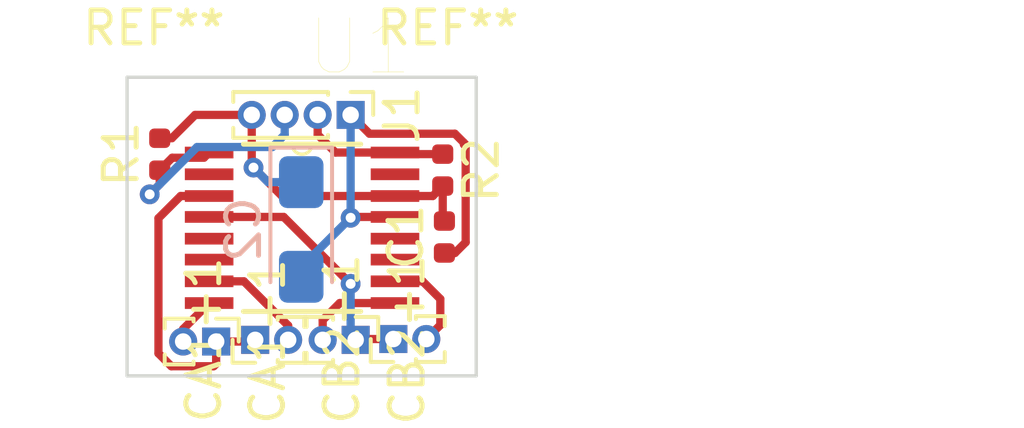
<source format=kicad_pcb>
(kicad_pcb (version 20171130) (host pcbnew 5.1.6-c6e7f7d~87~ubuntu20.04.1)

  (general
    (thickness 1.6)
    (drawings 4)
    (tracks 70)
    (zones 0)
    (modules 12)
    (nets 17)
  )

  (page A4)
  (layers
    (0 F.Cu signal)
    (31 B.Cu signal)
    (32 B.Adhes user)
    (33 F.Adhes user)
    (34 B.Paste user)
    (35 F.Paste user)
    (36 B.SilkS user)
    (37 F.SilkS user)
    (38 B.Mask user)
    (39 F.Mask user)
    (40 Dwgs.User user)
    (41 Cmts.User user)
    (42 Eco1.User user)
    (43 Eco2.User user)
    (44 Edge.Cuts user)
    (45 Margin user)
    (46 B.CrtYd user)
    (47 F.CrtYd user)
    (48 B.Fab user)
    (49 F.Fab user)
  )

  (setup
    (last_trace_width 0.25)
    (trace_clearance 0.2)
    (zone_clearance 0.508)
    (zone_45_only no)
    (trace_min 0.2)
    (via_size 0.8)
    (via_drill 0.4)
    (via_min_size 0.4)
    (via_min_drill 0.3)
    (uvia_size 0.3)
    (uvia_drill 0.1)
    (uvias_allowed no)
    (uvia_min_size 0.2)
    (uvia_min_drill 0.1)
    (edge_width 0.05)
    (segment_width 0.2)
    (pcb_text_width 0.3)
    (pcb_text_size 1.5 1.5)
    (mod_edge_width 0.12)
    (mod_text_size 1 1)
    (mod_text_width 0.15)
    (pad_size 1.524 1.524)
    (pad_drill 0.762)
    (pad_to_mask_clearance 0.05)
    (aux_axis_origin 0 0)
    (visible_elements FFFFFF7F)
    (pcbplotparams
      (layerselection 0x010fc_ffffffff)
      (usegerberextensions false)
      (usegerberattributes true)
      (usegerberadvancedattributes true)
      (creategerberjobfile true)
      (excludeedgelayer true)
      (linewidth 0.100000)
      (plotframeref false)
      (viasonmask false)
      (mode 1)
      (useauxorigin false)
      (hpglpennumber 1)
      (hpglpenspeed 20)
      (hpglpendiameter 15.000000)
      (psnegative false)
      (psa4output false)
      (plotreference true)
      (plotvalue true)
      (plotinvisibletext false)
      (padsonsilk false)
      (subtractmaskfromsilk false)
      (outputformat 1)
      (mirror false)
      (drillshape 1)
      (scaleselection 1)
      (outputdirectory ""))
  )

  (net 0 "")
  (net 1 GND)
  (net 2 "Net-(CA1+1-Pad2)")
  (net 3 "Net-(CA1+1-Pad1)")
  (net 4 "Net-(CA1-1-Pad2)")
  (net 5 "Net-(CB2+1-Pad2)")
  (net 6 "Net-(CB2+1-Pad1)")
  (net 7 "Net-(CB2-1-Pad2)")
  (net 8 "Net-(U1-Pad15)")
  (net 9 "Net-(U1-Pad12)")
  (net 10 "Net-(U1-Pad11)")
  (net 11 "Net-(U1-Pad6)")
  (net 12 "Net-(U1-Pad5)")
  (net 13 "Net-(U1-Pad2)")
  (net 14 "Net-(C1-Pad2)")
  (net 15 "Net-(J1-Pad3)")
  (net 16 "Net-(J1-Pad2)")

  (net_class Default "This is the default net class."
    (clearance 0.2)
    (trace_width 0.25)
    (via_dia 0.8)
    (via_drill 0.4)
    (uvia_dia 0.3)
    (uvia_drill 0.1)
    (add_net GND)
    (add_net "Net-(C1-Pad2)")
    (add_net "Net-(CA1+1-Pad1)")
    (add_net "Net-(CA1+1-Pad2)")
    (add_net "Net-(CA1-1-Pad2)")
    (add_net "Net-(CB2+1-Pad1)")
    (add_net "Net-(CB2+1-Pad2)")
    (add_net "Net-(CB2-1-Pad2)")
    (add_net "Net-(J1-Pad2)")
    (add_net "Net-(J1-Pad3)")
    (add_net "Net-(U1-Pad11)")
    (add_net "Net-(U1-Pad12)")
    (add_net "Net-(U1-Pad15)")
    (add_net "Net-(U1-Pad2)")
    (add_net "Net-(U1-Pad5)")
    (add_net "Net-(U1-Pad6)")
  )

  (module cap_sensor:MountingHole_1mm (layer F.Cu) (tedit 5F206902) (tstamp 5F20C3F2)
    (at 138.2268 74.2188)
    (fp_text reference REF** (at -0.0254 -2.2606) (layer F.SilkS)
      (effects (font (size 1 1) (thickness 0.15)))
    )
    (fp_text value "1mm Hole" (at -0.7112 -1.6002) (layer F.Fab)
      (effects (font (size 1 1) (thickness 0.15)))
    )
    (pad "" np_thru_hole circle (at 0 0) (size 1 1) (drill 1) (layers *.Cu *.Mask))
  )

  (module cap_sensor:MountingHole_1mm (layer F.Cu) (tedit 5F206902) (tstamp 5F20C3AC)
    (at 129.3114 74.2188)
    (fp_text reference REF** (at -0.0254 -2.2606) (layer F.SilkS)
      (effects (font (size 1 1) (thickness 0.15)))
    )
    (fp_text value "1mm Hole" (at -0.7112 -1.6002) (layer F.Fab)
      (effects (font (size 1 1) (thickness 0.15)))
    )
    (pad "" np_thru_hole circle (at 0 0) (size 1 1) (drill 1) (layers *.Cu *.Mask))
  )

  (module Connector_PinHeader_1.00mm:PinHeader_1x04_P1.00mm_Vertical (layer F.Cu) (tedit 59FED738) (tstamp 5F1A12C6)
    (at 135.255 74.5998 270)
    (descr "Through hole straight pin header, 1x04, 1.00mm pitch, single row")
    (tags "Through hole pin header THT 1x04 1.00mm single row")
    (path /5F1AE355)
    (fp_text reference J1 (at 0 -1.56 90) (layer F.SilkS)
      (effects (font (size 1 1) (thickness 0.15)))
    )
    (fp_text value J1 (at 0 4.56 90) (layer F.Fab)
      (effects (font (size 1 1) (thickness 0.15)))
    )
    (fp_text user %R (at 0 1.5) (layer F.Fab)
      (effects (font (size 0.76 0.76) (thickness 0.114)))
    )
    (fp_line (start -0.3175 -0.5) (end 0.635 -0.5) (layer F.Fab) (width 0.1))
    (fp_line (start 0.635 -0.5) (end 0.635 3.5) (layer F.Fab) (width 0.1))
    (fp_line (start 0.635 3.5) (end -0.635 3.5) (layer F.Fab) (width 0.1))
    (fp_line (start -0.635 3.5) (end -0.635 -0.1825) (layer F.Fab) (width 0.1))
    (fp_line (start -0.635 -0.1825) (end -0.3175 -0.5) (layer F.Fab) (width 0.1))
    (fp_line (start -0.695 3.56) (end -0.394493 3.56) (layer F.SilkS) (width 0.12))
    (fp_line (start 0.394493 3.56) (end 0.695 3.56) (layer F.SilkS) (width 0.12))
    (fp_line (start -0.695 0.685) (end -0.695 3.56) (layer F.SilkS) (width 0.12))
    (fp_line (start 0.695 0.685) (end 0.695 3.56) (layer F.SilkS) (width 0.12))
    (fp_line (start -0.695 0.685) (end -0.608276 0.685) (layer F.SilkS) (width 0.12))
    (fp_line (start 0.608276 0.685) (end 0.695 0.685) (layer F.SilkS) (width 0.12))
    (fp_line (start -0.695 0) (end -0.695 -0.685) (layer F.SilkS) (width 0.12))
    (fp_line (start -0.695 -0.685) (end 0 -0.685) (layer F.SilkS) (width 0.12))
    (fp_line (start -1.15 -1) (end -1.15 4) (layer F.CrtYd) (width 0.05))
    (fp_line (start -1.15 4) (end 1.15 4) (layer F.CrtYd) (width 0.05))
    (fp_line (start 1.15 4) (end 1.15 -1) (layer F.CrtYd) (width 0.05))
    (fp_line (start 1.15 -1) (end -1.15 -1) (layer F.CrtYd) (width 0.05))
    (pad 4 thru_hole oval (at 0 3 270) (size 0.85 0.85) (drill 0.5) (layers *.Cu *.Mask)
      (net 14 "Net-(C1-Pad2)"))
    (pad 3 thru_hole oval (at 0 2 270) (size 0.85 0.85) (drill 0.5) (layers *.Cu *.Mask)
      (net 15 "Net-(J1-Pad3)"))
    (pad 2 thru_hole oval (at 0 1 270) (size 0.85 0.85) (drill 0.5) (layers *.Cu *.Mask)
      (net 16 "Net-(J1-Pad2)"))
    (pad 1 thru_hole rect (at 0 0 270) (size 0.85 0.85) (drill 0.5) (layers *.Cu *.Mask)
      (net 1 GND))
    (model ${KISYS3DMOD}/Connector_PinHeader_1.00mm.3dshapes/PinHeader_1x04_P1.00mm_Vertical.wrl
      (at (xyz 0 0 0))
      (scale (xyz 1 1 1))
      (rotate (xyz 0 0 0))
    )
  )

  (module Connector_PinHeader_1.00mm:PinHeader_1x02_P1.00mm_Vertical (layer F.Cu) (tedit 59FED738) (tstamp 5F110515)
    (at 136.5504 81.407 90)
    (descr "Through hole straight pin header, 1x02, 1.00mm pitch, single row")
    (tags "Through hole pin header THT 1x02 1.00mm single row")
    (path /5F1157CE)
    (fp_text reference CB2-1 (at 0 -1.56 90) (layer F.SilkS)
      (effects (font (size 1 1) (thickness 0.15)))
    )
    (fp_text value 4pF (at 0 2.56 90) (layer F.Fab)
      (effects (font (size 1 1) (thickness 0.15)))
    )
    (fp_text user %R (at 0 0.5) (layer F.Fab)
      (effects (font (size 0.76 0.76) (thickness 0.114)))
    )
    (fp_line (start -0.3175 -0.5) (end 0.635 -0.5) (layer F.Fab) (width 0.1))
    (fp_line (start 0.635 -0.5) (end 0.635 1.5) (layer F.Fab) (width 0.1))
    (fp_line (start 0.635 1.5) (end -0.635 1.5) (layer F.Fab) (width 0.1))
    (fp_line (start -0.635 1.5) (end -0.635 -0.1825) (layer F.Fab) (width 0.1))
    (fp_line (start -0.635 -0.1825) (end -0.3175 -0.5) (layer F.Fab) (width 0.1))
    (fp_line (start -0.695 1.56) (end -0.394493 1.56) (layer F.SilkS) (width 0.12))
    (fp_line (start 0.394493 1.56) (end 0.695 1.56) (layer F.SilkS) (width 0.12))
    (fp_line (start -0.695 0.685) (end -0.695 1.56) (layer F.SilkS) (width 0.12))
    (fp_line (start 0.695 0.685) (end 0.695 1.56) (layer F.SilkS) (width 0.12))
    (fp_line (start -0.695 0.685) (end -0.608276 0.685) (layer F.SilkS) (width 0.12))
    (fp_line (start 0.608276 0.685) (end 0.695 0.685) (layer F.SilkS) (width 0.12))
    (fp_line (start -0.695 0) (end -0.695 -0.685) (layer F.SilkS) (width 0.12))
    (fp_line (start -0.695 -0.685) (end 0 -0.685) (layer F.SilkS) (width 0.12))
    (fp_line (start -1.15 -1) (end -1.15 2) (layer F.CrtYd) (width 0.05))
    (fp_line (start -1.15 2) (end 1.15 2) (layer F.CrtYd) (width 0.05))
    (fp_line (start 1.15 2) (end 1.15 -1) (layer F.CrtYd) (width 0.05))
    (fp_line (start 1.15 -1) (end -1.15 -1) (layer F.CrtYd) (width 0.05))
    (pad 2 thru_hole oval (at 0 1 90) (size 0.85 0.85) (drill 0.5) (layers *.Cu *.Mask)
      (net 7 "Net-(CB2-1-Pad2)"))
    (pad 1 thru_hole rect (at 0 0 90) (size 0.85 0.85) (drill 0.5) (layers *.Cu *.Mask)
      (net 6 "Net-(CB2+1-Pad1)"))
    (model ${KISYS3DMOD}/Connector_PinHeader_1.00mm.3dshapes/PinHeader_1x02_P1.00mm_Vertical.wrl
      (at (xyz 0 0 0))
      (scale (xyz 1 1 1))
      (rotate (xyz 0 0 0))
    )
  )

  (module Connector_PinHeader_1.00mm:PinHeader_1x02_P1.00mm_Vertical (layer F.Cu) (tedit 59FED738) (tstamp 5F1104FF)
    (at 135.4074 81.4324 270)
    (descr "Through hole straight pin header, 1x02, 1.00mm pitch, single row")
    (tags "Through hole pin header THT 1x02 1.00mm single row")
    (path /5F1155C2)
    (fp_text reference CB2+1 (at 0 -1.56 90) (layer F.SilkS)
      (effects (font (size 1 1) (thickness 0.15)))
    )
    (fp_text value 4pF (at 0 2.56 90) (layer F.Fab)
      (effects (font (size 1 1) (thickness 0.15)))
    )
    (fp_text user %R (at 0 0.5) (layer F.Fab)
      (effects (font (size 0.76 0.76) (thickness 0.114)))
    )
    (fp_line (start -0.3175 -0.5) (end 0.635 -0.5) (layer F.Fab) (width 0.1))
    (fp_line (start 0.635 -0.5) (end 0.635 1.5) (layer F.Fab) (width 0.1))
    (fp_line (start 0.635 1.5) (end -0.635 1.5) (layer F.Fab) (width 0.1))
    (fp_line (start -0.635 1.5) (end -0.635 -0.1825) (layer F.Fab) (width 0.1))
    (fp_line (start -0.635 -0.1825) (end -0.3175 -0.5) (layer F.Fab) (width 0.1))
    (fp_line (start -0.695 1.56) (end -0.394493 1.56) (layer F.SilkS) (width 0.12))
    (fp_line (start 0.394493 1.56) (end 0.695 1.56) (layer F.SilkS) (width 0.12))
    (fp_line (start -0.695 0.685) (end -0.695 1.56) (layer F.SilkS) (width 0.12))
    (fp_line (start 0.695 0.685) (end 0.695 1.56) (layer F.SilkS) (width 0.12))
    (fp_line (start -0.695 0.685) (end -0.608276 0.685) (layer F.SilkS) (width 0.12))
    (fp_line (start 0.608276 0.685) (end 0.695 0.685) (layer F.SilkS) (width 0.12))
    (fp_line (start -0.695 0) (end -0.695 -0.685) (layer F.SilkS) (width 0.12))
    (fp_line (start -0.695 -0.685) (end 0 -0.685) (layer F.SilkS) (width 0.12))
    (fp_line (start -1.15 -1) (end -1.15 2) (layer F.CrtYd) (width 0.05))
    (fp_line (start -1.15 2) (end 1.15 2) (layer F.CrtYd) (width 0.05))
    (fp_line (start 1.15 2) (end 1.15 -1) (layer F.CrtYd) (width 0.05))
    (fp_line (start 1.15 -1) (end -1.15 -1) (layer F.CrtYd) (width 0.05))
    (pad 2 thru_hole oval (at 0 1 270) (size 0.85 0.85) (drill 0.5) (layers *.Cu *.Mask)
      (net 5 "Net-(CB2+1-Pad2)"))
    (pad 1 thru_hole rect (at 0 0 270) (size 0.85 0.85) (drill 0.5) (layers *.Cu *.Mask)
      (net 6 "Net-(CB2+1-Pad1)"))
    (model ${KISYS3DMOD}/Connector_PinHeader_1.00mm.3dshapes/PinHeader_1x02_P1.00mm_Vertical.wrl
      (at (xyz 0 0 0))
      (scale (xyz 1 1 1))
      (rotate (xyz 0 0 0))
    )
  )

  (module Connector_PinHeader_1.00mm:PinHeader_1x02_P1.00mm_Vertical (layer F.Cu) (tedit 59FED738) (tstamp 5F1104E9)
    (at 131.175 81.4832 270)
    (descr "Through hole straight pin header, 1x02, 1.00mm pitch, single row")
    (tags "Through hole pin header THT 1x02 1.00mm single row")
    (path /5F1153BF)
    (fp_text reference CA1-1 (at 0 -1.56 90) (layer F.SilkS)
      (effects (font (size 1 1) (thickness 0.15)))
    )
    (fp_text value 4pF (at 0 2.56 90) (layer F.Fab)
      (effects (font (size 1 1) (thickness 0.15)))
    )
    (fp_text user %R (at 0 0.5) (layer F.Fab)
      (effects (font (size 0.76 0.76) (thickness 0.114)))
    )
    (fp_line (start -0.3175 -0.5) (end 0.635 -0.5) (layer F.Fab) (width 0.1))
    (fp_line (start 0.635 -0.5) (end 0.635 1.5) (layer F.Fab) (width 0.1))
    (fp_line (start 0.635 1.5) (end -0.635 1.5) (layer F.Fab) (width 0.1))
    (fp_line (start -0.635 1.5) (end -0.635 -0.1825) (layer F.Fab) (width 0.1))
    (fp_line (start -0.635 -0.1825) (end -0.3175 -0.5) (layer F.Fab) (width 0.1))
    (fp_line (start -0.695 1.56) (end -0.394493 1.56) (layer F.SilkS) (width 0.12))
    (fp_line (start 0.394493 1.56) (end 0.695 1.56) (layer F.SilkS) (width 0.12))
    (fp_line (start -0.695 0.685) (end -0.695 1.56) (layer F.SilkS) (width 0.12))
    (fp_line (start 0.695 0.685) (end 0.695 1.56) (layer F.SilkS) (width 0.12))
    (fp_line (start -0.695 0.685) (end -0.608276 0.685) (layer F.SilkS) (width 0.12))
    (fp_line (start 0.608276 0.685) (end 0.695 0.685) (layer F.SilkS) (width 0.12))
    (fp_line (start -0.695 0) (end -0.695 -0.685) (layer F.SilkS) (width 0.12))
    (fp_line (start -0.695 -0.685) (end 0 -0.685) (layer F.SilkS) (width 0.12))
    (fp_line (start -1.15 -1) (end -1.15 2) (layer F.CrtYd) (width 0.05))
    (fp_line (start -1.15 2) (end 1.15 2) (layer F.CrtYd) (width 0.05))
    (fp_line (start 1.15 2) (end 1.15 -1) (layer F.CrtYd) (width 0.05))
    (fp_line (start 1.15 -1) (end -1.15 -1) (layer F.CrtYd) (width 0.05))
    (pad 2 thru_hole oval (at 0 1 270) (size 0.85 0.85) (drill 0.5) (layers *.Cu *.Mask)
      (net 4 "Net-(CA1-1-Pad2)"))
    (pad 1 thru_hole rect (at 0 0 270) (size 0.85 0.85) (drill 0.5) (layers *.Cu *.Mask)
      (net 3 "Net-(CA1+1-Pad1)"))
    (model ${KISYS3DMOD}/Connector_PinHeader_1.00mm.3dshapes/PinHeader_1x02_P1.00mm_Vertical.wrl
      (at (xyz 0 0 0))
      (scale (xyz 1 1 1))
      (rotate (xyz 0 0 0))
    )
  )

  (module Connector_PinHeader_1.00mm:PinHeader_1x02_P1.00mm_Vertical (layer F.Cu) (tedit 59FED738) (tstamp 5F1104D3)
    (at 132.3594 81.4324 90)
    (descr "Through hole straight pin header, 1x02, 1.00mm pitch, single row")
    (tags "Through hole pin header THT 1x02 1.00mm single row")
    (path /5F114CD3)
    (fp_text reference CA1+1 (at 0 -1.56 90) (layer F.SilkS)
      (effects (font (size 1 1) (thickness 0.15)))
    )
    (fp_text value 4pF (at 0 2.56 90) (layer F.Fab)
      (effects (font (size 1 1) (thickness 0.15)))
    )
    (fp_text user %R (at 0 0.5) (layer F.Fab)
      (effects (font (size 0.76 0.76) (thickness 0.114)))
    )
    (fp_line (start -0.3175 -0.5) (end 0.635 -0.5) (layer F.Fab) (width 0.1))
    (fp_line (start 0.635 -0.5) (end 0.635 1.5) (layer F.Fab) (width 0.1))
    (fp_line (start 0.635 1.5) (end -0.635 1.5) (layer F.Fab) (width 0.1))
    (fp_line (start -0.635 1.5) (end -0.635 -0.1825) (layer F.Fab) (width 0.1))
    (fp_line (start -0.635 -0.1825) (end -0.3175 -0.5) (layer F.Fab) (width 0.1))
    (fp_line (start -0.695 1.56) (end -0.394493 1.56) (layer F.SilkS) (width 0.12))
    (fp_line (start 0.394493 1.56) (end 0.695 1.56) (layer F.SilkS) (width 0.12))
    (fp_line (start -0.695 0.685) (end -0.695 1.56) (layer F.SilkS) (width 0.12))
    (fp_line (start 0.695 0.685) (end 0.695 1.56) (layer F.SilkS) (width 0.12))
    (fp_line (start -0.695 0.685) (end -0.608276 0.685) (layer F.SilkS) (width 0.12))
    (fp_line (start 0.608276 0.685) (end 0.695 0.685) (layer F.SilkS) (width 0.12))
    (fp_line (start -0.695 0) (end -0.695 -0.685) (layer F.SilkS) (width 0.12))
    (fp_line (start -0.695 -0.685) (end 0 -0.685) (layer F.SilkS) (width 0.12))
    (fp_line (start -1.15 -1) (end -1.15 2) (layer F.CrtYd) (width 0.05))
    (fp_line (start -1.15 2) (end 1.15 2) (layer F.CrtYd) (width 0.05))
    (fp_line (start 1.15 2) (end 1.15 -1) (layer F.CrtYd) (width 0.05))
    (fp_line (start 1.15 -1) (end -1.15 -1) (layer F.CrtYd) (width 0.05))
    (pad 2 thru_hole oval (at 0 1 90) (size 0.85 0.85) (drill 0.5) (layers *.Cu *.Mask)
      (net 2 "Net-(CA1+1-Pad2)"))
    (pad 1 thru_hole rect (at 0 0 90) (size 0.85 0.85) (drill 0.5) (layers *.Cu *.Mask)
      (net 3 "Net-(CA1+1-Pad1)"))
    (model ${KISYS3DMOD}/Connector_PinHeader_1.00mm.3dshapes/PinHeader_1x02_P1.00mm_Vertical.wrl
      (at (xyz 0 0 0))
      (scale (xyz 1 1 1))
      (rotate (xyz 0 0 0))
    )
  )

  (module Capacitor_Tantalum_SMD:CP_EIA-3216-18_Kemet-A_Pad1.58x1.35mm_HandSolder (layer B.Cu) (tedit 5B301BBE) (tstamp 5F1104BD)
    (at 133.7564 78.0796 270)
    (descr "Tantalum Capacitor SMD Kemet-A (3216-18 Metric), IPC_7351 nominal, (Body size from: http://www.kemet.com/Lists/ProductCatalog/Attachments/253/KEM_TC101_STD.pdf), generated with kicad-footprint-generator")
    (tags "capacitor tantalum")
    (path /5F10B1A8)
    (attr smd)
    (fp_text reference C2 (at 0 1.75 90) (layer B.SilkS)
      (effects (font (size 1 1) (thickness 0.15)) (justify mirror))
    )
    (fp_text value 10uF (at 0 -1.75 90) (layer B.Fab)
      (effects (font (size 1 1) (thickness 0.15)) (justify mirror))
    )
    (fp_line (start 2.48 -1.05) (end -2.48 -1.05) (layer B.CrtYd) (width 0.05))
    (fp_line (start 2.48 1.05) (end 2.48 -1.05) (layer B.CrtYd) (width 0.05))
    (fp_line (start -2.48 1.05) (end 2.48 1.05) (layer B.CrtYd) (width 0.05))
    (fp_line (start -2.48 -1.05) (end -2.48 1.05) (layer B.CrtYd) (width 0.05))
    (fp_line (start -2.485 -0.935) (end 1.6 -0.935) (layer B.SilkS) (width 0.12))
    (fp_line (start -2.485 0.935) (end -2.485 -0.935) (layer B.SilkS) (width 0.12))
    (fp_line (start 1.6 0.935) (end -2.485 0.935) (layer B.SilkS) (width 0.12))
    (fp_line (start 1.6 -0.8) (end 1.6 0.8) (layer B.Fab) (width 0.1))
    (fp_line (start -1.6 -0.8) (end 1.6 -0.8) (layer B.Fab) (width 0.1))
    (fp_line (start -1.6 0.4) (end -1.6 -0.8) (layer B.Fab) (width 0.1))
    (fp_line (start -1.2 0.8) (end -1.6 0.4) (layer B.Fab) (width 0.1))
    (fp_line (start 1.6 0.8) (end -1.2 0.8) (layer B.Fab) (width 0.1))
    (fp_text user %R (at 0 0 90) (layer B.Fab)
      (effects (font (size 0.8 0.8) (thickness 0.12)) (justify mirror))
    )
    (pad 1 smd roundrect (at -1.4375 0 270) (size 1.575 1.35) (layers B.Cu B.Paste B.Mask) (roundrect_rratio 0.185185)
      (net 14 "Net-(C1-Pad2)"))
    (pad 2 smd roundrect (at 1.4375 0 270) (size 1.575 1.35) (layers B.Cu B.Paste B.Mask) (roundrect_rratio 0.185185)
      (net 1 GND))
    (model ${KISYS3DMOD}/Capacitor_Tantalum_SMD.3dshapes/CP_EIA-3216-18_Kemet-A.wrl
      (at (xyz 0 0 0))
      (scale (xyz 1 1 1))
      (rotate (xyz 0 0 0))
    )
  )

  (module AD7746ARUZ:SOP65P640X120-16N (layer F.Cu) (tedit 5F1073EA) (tstamp 5F110597)
    (at 133.7818 78.0288)
    (path /5F108F57)
    (fp_text reference U1 (at 1.755045 -5.494075) (layer F.SilkS)
      (effects (font (size 1.642291 1.642291) (thickness 0.015)))
    )
    (fp_text value AD7746ARUZ (at 14.251655 4.674345) (layer F.Fab)
      (effects (font (size 1.64026 1.64026) (thickness 0.015)))
    )
    (fp_line (start -2.2606 -2.1336) (end -2.2606 -2.413) (layer F.Fab) (width 0.1524))
    (fp_line (start -2.2606 -2.413) (end -3.2004 -2.413) (layer F.Fab) (width 0.1524))
    (fp_line (start -3.2004 -2.413) (end -3.2004 -2.1336) (layer F.Fab) (width 0.1524))
    (fp_line (start -3.2004 -2.1336) (end -2.2606 -2.1336) (layer F.Fab) (width 0.1524))
    (fp_line (start -2.2606 -1.4732) (end -2.2606 -1.778) (layer F.Fab) (width 0.1524))
    (fp_line (start -2.2606 -1.778) (end -3.2004 -1.778) (layer F.Fab) (width 0.1524))
    (fp_line (start -3.2004 -1.778) (end -3.2004 -1.4732) (layer F.Fab) (width 0.1524))
    (fp_line (start -3.2004 -1.4732) (end -2.2606 -1.4732) (layer F.Fab) (width 0.1524))
    (fp_line (start -2.2606 -0.8128) (end -2.2606 -1.1176) (layer F.Fab) (width 0.1524))
    (fp_line (start -2.2606 -1.1176) (end -3.2004 -1.1176) (layer F.Fab) (width 0.1524))
    (fp_line (start -3.2004 -1.1176) (end -3.2004 -0.8128) (layer F.Fab) (width 0.1524))
    (fp_line (start -3.2004 -0.8128) (end -2.2606 -0.8128) (layer F.Fab) (width 0.1524))
    (fp_line (start -2.2606 -0.1778) (end -2.2606 -0.4826) (layer F.Fab) (width 0.1524))
    (fp_line (start -2.2606 -0.4826) (end -3.2004 -0.4826) (layer F.Fab) (width 0.1524))
    (fp_line (start -3.2004 -0.4826) (end -3.2004 -0.1778) (layer F.Fab) (width 0.1524))
    (fp_line (start -3.2004 -0.1778) (end -2.2606 -0.1778) (layer F.Fab) (width 0.1524))
    (fp_line (start -2.2606 0.4826) (end -2.2606 0.1778) (layer F.Fab) (width 0.1524))
    (fp_line (start -2.2606 0.1778) (end -3.2004 0.1778) (layer F.Fab) (width 0.1524))
    (fp_line (start -3.2004 0.1778) (end -3.2004 0.4826) (layer F.Fab) (width 0.1524))
    (fp_line (start -3.2004 0.4826) (end -2.2606 0.4826) (layer F.Fab) (width 0.1524))
    (fp_line (start -2.2606 1.1176) (end -2.2606 0.8128) (layer F.Fab) (width 0.1524))
    (fp_line (start -2.2606 0.8128) (end -3.2004 0.8128) (layer F.Fab) (width 0.1524))
    (fp_line (start -3.2004 0.8128) (end -3.2004 1.1176) (layer F.Fab) (width 0.1524))
    (fp_line (start -3.2004 1.1176) (end -2.2606 1.1176) (layer F.Fab) (width 0.1524))
    (fp_line (start -2.2606 1.778) (end -2.2606 1.4732) (layer F.Fab) (width 0.1524))
    (fp_line (start -2.2606 1.4732) (end -3.2004 1.4732) (layer F.Fab) (width 0.1524))
    (fp_line (start -3.2004 1.4732) (end -3.2004 1.778) (layer F.Fab) (width 0.1524))
    (fp_line (start -3.2004 1.778) (end -2.2606 1.778) (layer F.Fab) (width 0.1524))
    (fp_line (start -2.2606 2.413) (end -2.2606 2.1336) (layer F.Fab) (width 0.1524))
    (fp_line (start -2.2606 2.1336) (end -3.2004 2.1336) (layer F.Fab) (width 0.1524))
    (fp_line (start -3.2004 2.1336) (end -3.2004 2.413) (layer F.Fab) (width 0.1524))
    (fp_line (start -3.2004 2.413) (end -2.2606 2.413) (layer F.Fab) (width 0.1524))
    (fp_line (start 2.2606 2.1336) (end 2.2606 2.413) (layer F.Fab) (width 0.1524))
    (fp_line (start 2.2606 2.413) (end 3.2004 2.413) (layer F.Fab) (width 0.1524))
    (fp_line (start 3.2004 2.413) (end 3.2004 2.1336) (layer F.Fab) (width 0.1524))
    (fp_line (start 3.2004 2.1336) (end 2.2606 2.1336) (layer F.Fab) (width 0.1524))
    (fp_line (start 2.2606 1.4732) (end 2.2606 1.778) (layer F.Fab) (width 0.1524))
    (fp_line (start 2.2606 1.778) (end 3.2004 1.778) (layer F.Fab) (width 0.1524))
    (fp_line (start 3.2004 1.778) (end 3.2004 1.4732) (layer F.Fab) (width 0.1524))
    (fp_line (start 3.2004 1.4732) (end 2.2606 1.4732) (layer F.Fab) (width 0.1524))
    (fp_line (start 2.2606 0.8128) (end 2.2606 1.1176) (layer F.Fab) (width 0.1524))
    (fp_line (start 2.2606 1.1176) (end 3.2004 1.1176) (layer F.Fab) (width 0.1524))
    (fp_line (start 3.2004 1.1176) (end 3.2004 0.8128) (layer F.Fab) (width 0.1524))
    (fp_line (start 3.2004 0.8128) (end 2.2606 0.8128) (layer F.Fab) (width 0.1524))
    (fp_line (start 2.2606 0.1778) (end 2.2606 0.4826) (layer F.Fab) (width 0.1524))
    (fp_line (start 2.2606 0.4826) (end 3.2004 0.4826) (layer F.Fab) (width 0.1524))
    (fp_line (start 3.2004 0.4826) (end 3.2004 0.1778) (layer F.Fab) (width 0.1524))
    (fp_line (start 3.2004 0.1778) (end 2.2606 0.1778) (layer F.Fab) (width 0.1524))
    (fp_line (start 2.2606 -0.4826) (end 2.2606 -0.1778) (layer F.Fab) (width 0.1524))
    (fp_line (start 2.2606 -0.1778) (end 3.2004 -0.1778) (layer F.Fab) (width 0.1524))
    (fp_line (start 3.2004 -0.1778) (end 3.2004 -0.4826) (layer F.Fab) (width 0.1524))
    (fp_line (start 3.2004 -0.4826) (end 2.2606 -0.4826) (layer F.Fab) (width 0.1524))
    (fp_line (start 2.2606 -1.1176) (end 2.2606 -0.8128) (layer F.Fab) (width 0.1524))
    (fp_line (start 2.2606 -0.8128) (end 3.2004 -0.8128) (layer F.Fab) (width 0.1524))
    (fp_line (start 3.2004 -0.8128) (end 3.2004 -1.1176) (layer F.Fab) (width 0.1524))
    (fp_line (start 3.2004 -1.1176) (end 2.2606 -1.1176) (layer F.Fab) (width 0.1524))
    (fp_line (start 2.2606 -1.778) (end 2.2606 -1.4732) (layer F.Fab) (width 0.1524))
    (fp_line (start 2.2606 -1.4732) (end 3.2004 -1.4732) (layer F.Fab) (width 0.1524))
    (fp_line (start 3.2004 -1.4732) (end 3.2004 -1.778) (layer F.Fab) (width 0.1524))
    (fp_line (start 3.2004 -1.778) (end 2.2606 -1.778) (layer F.Fab) (width 0.1524))
    (fp_line (start 2.2606 -2.413) (end 2.2606 -2.1336) (layer F.Fab) (width 0.1524))
    (fp_line (start 2.2606 -2.1336) (end 3.2004 -2.1336) (layer F.Fab) (width 0.1524))
    (fp_line (start 3.2004 -2.1336) (end 3.2004 -2.413) (layer F.Fab) (width 0.1524))
    (fp_line (start 3.2004 -2.413) (end 2.2606 -2.413) (layer F.Fab) (width 0.1524))
    (fp_line (start -2.2606 2.54) (end 2.2606 2.54) (layer F.Fab) (width 0.1524))
    (fp_line (start 2.2606 2.54) (end 2.2606 -2.54) (layer F.Fab) (width 0.1524))
    (fp_line (start 2.2606 -2.54) (end 0.3048 -2.54) (layer F.Fab) (width 0.1524))
    (fp_line (start 0.3048 -2.54) (end -0.3048 -2.54) (layer F.Fab) (width 0.1524))
    (fp_line (start -0.3048 -2.54) (end -2.2606 -2.54) (layer F.Fab) (width 0.1524))
    (fp_line (start -2.2606 -2.54) (end -2.2606 2.54) (layer F.Fab) (width 0.1524))
    (fp_line (start -1.778 2.54) (end 1.778 2.54) (layer F.SilkS) (width 0.1524))
    (fp_line (start 1.778 -2.54) (end 0.3048 -2.54) (layer F.SilkS) (width 0.1524))
    (fp_line (start 0.3048 -2.54) (end -0.3048 -2.54) (layer F.SilkS) (width 0.1524))
    (fp_line (start -0.3048 -2.54) (end -1.778 -2.54) (layer F.SilkS) (width 0.1524))
    (fp_line (start 4.064 1.4224) (end 4.064 1.8034) (layer Dwgs.User) (width 0.1524))
    (fp_line (start 4.064 1.8034) (end 3.81 1.8034) (layer Dwgs.User) (width 0.1524))
    (fp_line (start 3.81 1.8034) (end 3.81 1.4224) (layer Dwgs.User) (width 0.1524))
    (fp_text user * (at -3.66314 -2.49297) (layer Dwgs.User)
      (effects (font (size 1.001512 1.001512) (thickness 0.015)))
    )
    (fp_arc (start 0 -2.54) (end -0.3048 -2.54) (angle -180) (layer F.SilkS) (width 0.1))
    (fp_arc (start 0 -2.54) (end -0.3048 -2.54) (angle -180) (layer F.Fab) (width 0.1))
    (pad 16 smd rect (at 2.8194 -2.286) (size 1.4732 0.3556) (layers F.Cu F.Paste F.Mask)
      (net 16 "Net-(J1-Pad2)"))
    (pad 15 smd rect (at 2.8194 -1.6256) (size 1.4732 0.3556) (layers F.Cu F.Paste F.Mask)
      (net 8 "Net-(U1-Pad15)"))
    (pad 14 smd rect (at 2.8194 -0.9652) (size 1.4732 0.3556) (layers F.Cu F.Paste F.Mask)
      (net 14 "Net-(C1-Pad2)"))
    (pad 13 smd rect (at 2.8194 -0.3302) (size 1.4732 0.3556) (layers F.Cu F.Paste F.Mask)
      (net 1 GND))
    (pad 12 smd rect (at 2.8194 0.3302) (size 1.4732 0.3556) (layers F.Cu F.Paste F.Mask)
      (net 9 "Net-(U1-Pad12)"))
    (pad 11 smd rect (at 2.8194 0.9652) (size 1.4732 0.3556) (layers F.Cu F.Paste F.Mask)
      (net 10 "Net-(U1-Pad11)"))
    (pad 10 smd rect (at 2.8194 1.6256) (size 1.4732 0.3556) (layers F.Cu F.Paste F.Mask)
      (net 7 "Net-(CB2-1-Pad2)"))
    (pad 9 smd rect (at 2.8194 2.286) (size 1.4732 0.3556) (layers F.Cu F.Paste F.Mask)
      (net 5 "Net-(CB2+1-Pad2)"))
    (pad 8 smd rect (at -2.8194 2.286) (size 1.4732 0.3556) (layers F.Cu F.Paste F.Mask)
      (net 4 "Net-(CA1-1-Pad2)"))
    (pad 7 smd rect (at -2.8194 1.6256) (size 1.4732 0.3556) (layers F.Cu F.Paste F.Mask)
      (net 2 "Net-(CA1+1-Pad2)"))
    (pad 6 smd rect (at -2.8194 0.9652) (size 1.4732 0.3556) (layers F.Cu F.Paste F.Mask)
      (net 11 "Net-(U1-Pad6)"))
    (pad 5 smd rect (at -2.8194 0.3302) (size 1.4732 0.3556) (layers F.Cu F.Paste F.Mask)
      (net 12 "Net-(U1-Pad5)"))
    (pad 4 smd rect (at -2.8194 -0.3302) (size 1.4732 0.3556) (layers F.Cu F.Paste F.Mask)
      (net 6 "Net-(CB2+1-Pad1)"))
    (pad 3 smd rect (at -2.8194 -0.9652) (size 1.4732 0.3556) (layers F.Cu F.Paste F.Mask)
      (net 3 "Net-(CA1+1-Pad1)"))
    (pad 2 smd rect (at -2.8194 -1.6256) (size 1.4732 0.3556) (layers F.Cu F.Paste F.Mask)
      (net 13 "Net-(U1-Pad2)"))
    (pad 1 smd rect (at -2.8194 -2.286) (size 1.4732 0.3556) (layers F.Cu F.Paste F.Mask)
      (net 15 "Net-(J1-Pad3)"))
  )

  (module Resistor_SMD:R_0402_1005Metric (layer F.Cu) (tedit 5B301BBD) (tstamp 5F110533)
    (at 138.049 76.2762 270)
    (descr "Resistor SMD 0402 (1005 Metric), square (rectangular) end terminal, IPC_7351 nominal, (Body size source: http://www.tortai-tech.com/upload/download/2011102023233369053.pdf), generated with kicad-footprint-generator")
    (tags resistor)
    (path /5F10D2F9)
    (attr smd)
    (fp_text reference R2 (at 0 -1.17 90) (layer F.SilkS)
      (effects (font (size 1 1) (thickness 0.15)))
    )
    (fp_text value 10k (at 0 1.17 90) (layer F.Fab)
      (effects (font (size 1 1) (thickness 0.15)))
    )
    (fp_line (start -0.5 0.25) (end -0.5 -0.25) (layer F.Fab) (width 0.1))
    (fp_line (start -0.5 -0.25) (end 0.5 -0.25) (layer F.Fab) (width 0.1))
    (fp_line (start 0.5 -0.25) (end 0.5 0.25) (layer F.Fab) (width 0.1))
    (fp_line (start 0.5 0.25) (end -0.5 0.25) (layer F.Fab) (width 0.1))
    (fp_line (start -0.93 0.47) (end -0.93 -0.47) (layer F.CrtYd) (width 0.05))
    (fp_line (start -0.93 -0.47) (end 0.93 -0.47) (layer F.CrtYd) (width 0.05))
    (fp_line (start 0.93 -0.47) (end 0.93 0.47) (layer F.CrtYd) (width 0.05))
    (fp_line (start 0.93 0.47) (end -0.93 0.47) (layer F.CrtYd) (width 0.05))
    (fp_text user %R (at 0 0 90) (layer F.Fab)
      (effects (font (size 0.25 0.25) (thickness 0.04)))
    )
    (pad 2 smd roundrect (at 0.485 0 270) (size 0.59 0.64) (layers F.Cu F.Paste F.Mask) (roundrect_rratio 0.25)
      (net 14 "Net-(C1-Pad2)"))
    (pad 1 smd roundrect (at -0.485 0 270) (size 0.59 0.64) (layers F.Cu F.Paste F.Mask) (roundrect_rratio 0.25)
      (net 16 "Net-(J1-Pad2)"))
    (model ${KISYS3DMOD}/Resistor_SMD.3dshapes/R_0402_1005Metric.wrl
      (at (xyz 0 0 0))
      (scale (xyz 1 1 1))
      (rotate (xyz 0 0 0))
    )
  )

  (module Resistor_SMD:R_0402_1005Metric (layer F.Cu) (tedit 5B301BBD) (tstamp 5F110524)
    (at 129.4638 75.7936 90)
    (descr "Resistor SMD 0402 (1005 Metric), square (rectangular) end terminal, IPC_7351 nominal, (Body size source: http://www.tortai-tech.com/upload/download/2011102023233369053.pdf), generated with kicad-footprint-generator")
    (tags resistor)
    (path /5F10E839)
    (attr smd)
    (fp_text reference R1 (at 0 -1.17 90) (layer F.SilkS)
      (effects (font (size 1 1) (thickness 0.15)))
    )
    (fp_text value 10k (at 0 1.17 90) (layer F.Fab)
      (effects (font (size 1 1) (thickness 0.15)))
    )
    (fp_line (start -0.5 0.25) (end -0.5 -0.25) (layer F.Fab) (width 0.1))
    (fp_line (start -0.5 -0.25) (end 0.5 -0.25) (layer F.Fab) (width 0.1))
    (fp_line (start 0.5 -0.25) (end 0.5 0.25) (layer F.Fab) (width 0.1))
    (fp_line (start 0.5 0.25) (end -0.5 0.25) (layer F.Fab) (width 0.1))
    (fp_line (start -0.93 0.47) (end -0.93 -0.47) (layer F.CrtYd) (width 0.05))
    (fp_line (start -0.93 -0.47) (end 0.93 -0.47) (layer F.CrtYd) (width 0.05))
    (fp_line (start 0.93 -0.47) (end 0.93 0.47) (layer F.CrtYd) (width 0.05))
    (fp_line (start 0.93 0.47) (end -0.93 0.47) (layer F.CrtYd) (width 0.05))
    (fp_text user %R (at 0 0 90) (layer F.Fab)
      (effects (font (size 0.25 0.25) (thickness 0.04)))
    )
    (pad 2 smd roundrect (at 0.485 0 90) (size 0.59 0.64) (layers F.Cu F.Paste F.Mask) (roundrect_rratio 0.25)
      (net 14 "Net-(C1-Pad2)"))
    (pad 1 smd roundrect (at -0.485 0 90) (size 0.59 0.64) (layers F.Cu F.Paste F.Mask) (roundrect_rratio 0.25)
      (net 15 "Net-(J1-Pad3)"))
    (model ${KISYS3DMOD}/Resistor_SMD.3dshapes/R_0402_1005Metric.wrl
      (at (xyz 0 0 0))
      (scale (xyz 1 1 1))
      (rotate (xyz 0 0 0))
    )
  )

  (module Capacitor_SMD:C_0402_1005Metric (layer F.Cu) (tedit 5B301BBE) (tstamp 5F110D12)
    (at 138.0998 78.3082 90)
    (descr "Capacitor SMD 0402 (1005 Metric), square (rectangular) end terminal, IPC_7351 nominal, (Body size source: http://www.tortai-tech.com/upload/download/2011102023233369053.pdf), generated with kicad-footprint-generator")
    (tags capacitor)
    (path /5F109ABD)
    (attr smd)
    (fp_text reference C1 (at 0 -1.17 90) (layer F.SilkS)
      (effects (font (size 1 1) (thickness 0.15)))
    )
    (fp_text value 0.1uf (at 0 1.17 90) (layer F.Fab)
      (effects (font (size 1 1) (thickness 0.15)))
    )
    (fp_line (start -0.5 0.25) (end -0.5 -0.25) (layer F.Fab) (width 0.1))
    (fp_line (start -0.5 -0.25) (end 0.5 -0.25) (layer F.Fab) (width 0.1))
    (fp_line (start 0.5 -0.25) (end 0.5 0.25) (layer F.Fab) (width 0.1))
    (fp_line (start 0.5 0.25) (end -0.5 0.25) (layer F.Fab) (width 0.1))
    (fp_line (start -0.93 0.47) (end -0.93 -0.47) (layer F.CrtYd) (width 0.05))
    (fp_line (start -0.93 -0.47) (end 0.93 -0.47) (layer F.CrtYd) (width 0.05))
    (fp_line (start 0.93 -0.47) (end 0.93 0.47) (layer F.CrtYd) (width 0.05))
    (fp_line (start 0.93 0.47) (end -0.93 0.47) (layer F.CrtYd) (width 0.05))
    (fp_text user %R (at 0 0 90) (layer F.Fab)
      (effects (font (size 0.25 0.25) (thickness 0.04)))
    )
    (pad 2 smd roundrect (at 0.485 0 90) (size 0.59 0.64) (layers F.Cu F.Paste F.Mask) (roundrect_rratio 0.25)
      (net 14 "Net-(C1-Pad2)"))
    (pad 1 smd roundrect (at -0.485 0 90) (size 0.59 0.64) (layers F.Cu F.Paste F.Mask) (roundrect_rratio 0.25)
      (net 1 GND))
    (model ${KISYS3DMOD}/Capacitor_SMD.3dshapes/C_0402_1005Metric.wrl
      (at (xyz 0 0 0))
      (scale (xyz 1 1 1))
      (rotate (xyz 0 0 0))
    )
  )

  (gr_line (start 139.065 73.4568) (end 139.065 82.5246) (layer Edge.Cuts) (width 0.1))
  (gr_line (start 128.4732 73.4568) (end 139.065 73.4568) (layer Edge.Cuts) (width 0.1))
  (gr_line (start 128.4732 82.5246) (end 128.4732 73.4568) (layer Edge.Cuts) (width 0.1))
  (gr_line (start 139.065 82.5246) (end 128.4732 82.5246) (layer Edge.Cuts) (width 0.1))

  (via (at 129.159 77.0128) (size 0.6) (drill 0.3) (layers F.Cu B.Cu) (net 15) (tstamp 5F206913))
  (via (at 135.255 79.7306) (size 0.6) (drill 0.3) (layers F.Cu B.Cu) (net 6) (tstamp 5F206640))
  (via (at 135.255 77.724) (size 0.6) (drill 0.3) (layers F.Cu B.Cu) (net 1) (tstamp 5F2064D9))
  (segment (start 133.7564 79.2226) (end 135.255 77.724) (width 0.25) (layer B.Cu) (net 1))
  (segment (start 133.7564 79.5171) (end 133.7564 79.2226) (width 0.25) (layer B.Cu) (net 1))
  (segment (start 135.2804 77.6986) (end 135.255 77.724) (width 0.25) (layer F.Cu) (net 1))
  (segment (start 136.6012 77.6986) (end 135.2804 77.6986) (width 0.25) (layer F.Cu) (net 1))
  (segment (start 135.255 77.724) (end 135.255 74.5998) (width 0.25) (layer B.Cu) (net 1))
  (segment (start 138.74481 78.46819) (end 138.74481 75.498778) (width 0.25) (layer F.Cu) (net 1))
  (segment (start 138.4198 78.7932) (end 138.74481 78.46819) (width 0.25) (layer F.Cu) (net 1))
  (segment (start 138.0998 78.7932) (end 138.4198 78.7932) (width 0.25) (layer F.Cu) (net 1))
  (segment (start 138.68999 75.443958) (end 138.68999 75.498778) (width 0.25) (layer F.Cu) (net 1))
  (segment (start 138.417222 75.17119) (end 138.68999 75.443958) (width 0.25) (layer F.Cu) (net 1))
  (segment (start 135.82639 75.17119) (end 138.417222 75.17119) (width 0.25) (layer F.Cu) (net 1))
  (segment (start 135.255 74.5998) (end 135.82639 75.17119) (width 0.25) (layer F.Cu) (net 1))
  (segment (start 132.016402 79.6544) (end 130.9624 79.6544) (width 0.25) (layer F.Cu) (net 2))
  (segment (start 133.3594 80.997398) (end 132.016402 79.6544) (width 0.25) (layer F.Cu) (net 2))
  (segment (start 133.3594 81.4324) (end 133.3594 80.997398) (width 0.25) (layer F.Cu) (net 2))
  (segment (start 130.097998 77.0636) (end 130.9624 77.0636) (width 0.25) (layer F.Cu) (net 3))
  (segment (start 129.424999 77.736599) (end 130.097998 77.0636) (width 0.25) (layer F.Cu) (net 3))
  (segment (start 129.424999 81.843201) (end 129.424999 77.736599) (width 0.25) (layer F.Cu) (net 3))
  (segment (start 129.814999 82.233201) (end 129.424999 81.843201) (width 0.25) (layer F.Cu) (net 3))
  (segment (start 131.099999 82.233201) (end 129.814999 82.233201) (width 0.25) (layer F.Cu) (net 3))
  (segment (start 131.175 82.1582) (end 131.099999 82.233201) (width 0.25) (layer F.Cu) (net 3))
  (segment (start 131.175 81.4832) (end 131.175 82.1582) (width 0.25) (layer F.Cu) (net 3))
  (segment (start 132.3086 81.4832) (end 132.3594 81.4324) (width 0.25) (layer F.Cu) (net 3))
  (segment (start 131.175 81.4832) (end 132.3086 81.4832) (width 0.25) (layer F.Cu) (net 3))
  (segment (start 130.175 81.1022) (end 130.9624 80.3148) (width 0.25) (layer F.Cu) (net 4))
  (segment (start 130.175 81.4832) (end 130.175 81.1022) (width 0.25) (layer F.Cu) (net 4))
  (segment (start 134.92396 80.3148) (end 136.6012 80.3148) (width 0.25) (layer F.Cu) (net 5))
  (segment (start 134.4074 80.83136) (end 134.92396 80.3148) (width 0.25) (layer F.Cu) (net 5))
  (segment (start 134.4074 81.4324) (end 134.4074 80.83136) (width 0.25) (layer F.Cu) (net 5))
  (segment (start 135.4328 81.407) (end 135.4074 81.4324) (width 0.25) (layer F.Cu) (net 6))
  (segment (start 136.5504 81.407) (end 135.4328 81.407) (width 0.25) (layer F.Cu) (net 6))
  (segment (start 135.255 81.28) (end 135.4074 81.4324) (width 0.25) (layer B.Cu) (net 6))
  (segment (start 135.255 79.7306) (end 135.255 81.28) (width 0.25) (layer B.Cu) (net 6))
  (segment (start 133.223 77.6986) (end 135.255 79.7306) (width 0.25) (layer F.Cu) (net 6))
  (segment (start 130.9624 77.6986) (end 133.223 77.6986) (width 0.25) (layer F.Cu) (net 6))
  (segment (start 137.440202 79.6544) (end 136.6012 79.6544) (width 0.25) (layer F.Cu) (net 7))
  (segment (start 137.975399 80.189597) (end 137.440202 79.6544) (width 0.25) (layer F.Cu) (net 7))
  (segment (start 137.975399 80.982001) (end 137.975399 80.189597) (width 0.25) (layer F.Cu) (net 7))
  (segment (start 137.5504 81.407) (end 137.975399 80.982001) (width 0.25) (layer F.Cu) (net 7))
  (via (at 132.3086 76.2) (size 0.6) (drill 0.3) (layers F.Cu B.Cu) (net 14))
  (segment (start 132.255 76.1464) (end 132.3086 76.2) (width 0.25) (layer F.Cu) (net 14))
  (segment (start 132.255 74.5998) (end 132.255 76.1464) (width 0.25) (layer F.Cu) (net 14))
  (segment (start 132.7507 76.6421) (end 132.3086 76.2) (width 0.25) (layer B.Cu) (net 14))
  (segment (start 133.7564 76.6421) (end 132.7507 76.6421) (width 0.25) (layer B.Cu) (net 14))
  (segment (start 133.1722 77.0636) (end 132.3086 76.2) (width 0.25) (layer F.Cu) (net 14))
  (segment (start 136.6012 77.0636) (end 133.1722 77.0636) (width 0.25) (layer F.Cu) (net 14))
  (segment (start 137.7466 77.0636) (end 138.049 76.7612) (width 0.25) (layer F.Cu) (net 14))
  (segment (start 136.6012 77.0636) (end 137.7466 77.0636) (width 0.25) (layer F.Cu) (net 14))
  (segment (start 138.049 77.7724) (end 138.1252 77.8486) (width 0.25) (layer F.Cu) (net 14))
  (segment (start 138.049 76.7612) (end 138.049 77.7724) (width 0.25) (layer F.Cu) (net 14))
  (segment (start 132.255 74.5998) (end 130.538 74.5998) (width 0.25) (layer F.Cu) (net 14))
  (segment (start 129.8292 75.3086) (end 130.538 74.5998) (width 0.25) (layer F.Cu) (net 14))
  (segment (start 129.4638 75.3086) (end 129.8292 75.3086) (width 0.25) (layer F.Cu) (net 14))
  (segment (start 130.804801 75.900399) (end 130.9624 75.7428) (width 0.25) (layer F.Cu) (net 15))
  (segment (start 129.842001 75.900399) (end 130.804801 75.900399) (width 0.25) (layer F.Cu) (net 15))
  (segment (start 129.4638 76.2786) (end 129.842001 75.900399) (width 0.25) (layer F.Cu) (net 15))
  (segment (start 130.596801 75.574999) (end 129.159 77.0128) (width 0.25) (layer B.Cu) (net 15))
  (segment (start 132.880841 75.574999) (end 130.596801 75.574999) (width 0.25) (layer B.Cu) (net 15))
  (segment (start 133.255 75.20084) (end 132.880841 75.574999) (width 0.25) (layer B.Cu) (net 15))
  (segment (start 133.255 74.5998) (end 133.255 75.20084) (width 0.25) (layer B.Cu) (net 15))
  (segment (start 129.4638 76.708) (end 129.159 77.0128) (width 0.25) (layer F.Cu) (net 15))
  (segment (start 129.4638 76.2786) (end 129.4638 76.708) (width 0.25) (layer F.Cu) (net 15))
  (segment (start 136.6496 75.7912) (end 136.6012 75.7428) (width 0.25) (layer F.Cu) (net 16))
  (segment (start 138.049 75.7912) (end 136.6496 75.7912) (width 0.25) (layer F.Cu) (net 16))
  (segment (start 134.255 75.20084) (end 134.255 74.5998) (width 0.25) (layer F.Cu) (net 16))
  (segment (start 134.79696 75.7428) (end 134.255 75.20084) (width 0.25) (layer F.Cu) (net 16))
  (segment (start 136.6012 75.7428) (end 134.79696 75.7428) (width 0.25) (layer F.Cu) (net 16))

)

</source>
